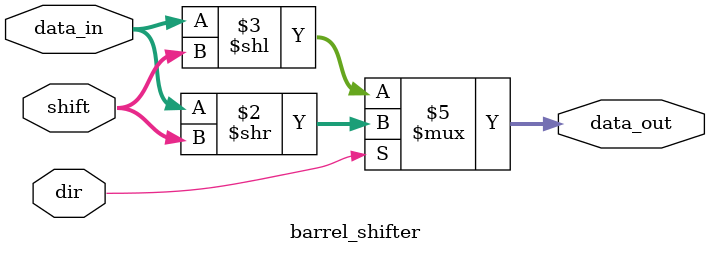
<source format=v>
module barrel_shifter (
    input [7:0] data_in,
    input [2:0] shift,
    input dir, // 0 for left shift, 1 for right shift
    output reg [7:0] data_out
);
    always @(*) begin
        if (dir)
            data_out = data_in >> shift;
        else
            data_out = data_in << shift;
    end
endmodule

</source>
